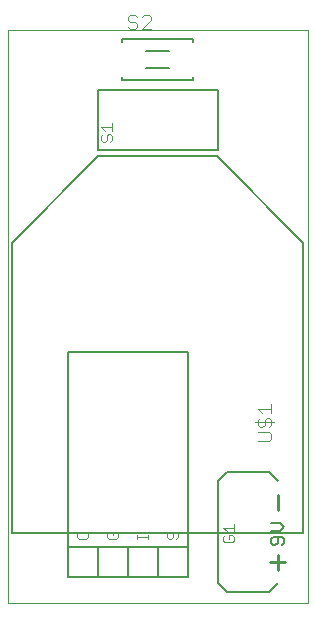
<source format=gto>
G75*
%MOIN*%
%OFA0B0*%
%FSLAX24Y24*%
%IPPOS*%
%LPD*%
%ADD10C,0.0000*%
%ADD11C,0.0050*%
%ADD12C,0.0030*%
%ADD13C,0.0040*%
%ADD14C,0.0080*%
%ADD15C,0.0100*%
%ADD16C,0.0060*%
D10*
X000680Y001055D02*
X000680Y020180D01*
X010680Y020180D01*
X010680Y001055D01*
X000680Y001055D01*
D11*
X000837Y003381D02*
X010523Y003381D01*
X010523Y013066D01*
X007649Y015979D01*
X003711Y015979D01*
X000837Y013066D01*
X000837Y003381D01*
X002680Y002930D02*
X002680Y001930D01*
X003680Y001930D01*
X003680Y002930D01*
X004680Y002930D01*
X004680Y001930D01*
X003680Y001930D01*
X003680Y002930D02*
X002680Y002930D01*
X002680Y009430D01*
X006680Y009430D01*
X006680Y002930D01*
X005680Y002930D01*
X005680Y001930D01*
X004680Y001930D01*
X004680Y002930D02*
X005680Y002930D01*
X005680Y001930D02*
X006680Y001930D01*
X006680Y002930D01*
D12*
X006365Y003257D02*
X006365Y003380D01*
X006303Y003442D01*
X006242Y003442D01*
X006180Y003380D01*
X006180Y003257D01*
X006118Y003195D01*
X006056Y003195D01*
X005995Y003257D01*
X005995Y003380D01*
X006056Y003442D01*
X006303Y003195D02*
X006365Y003257D01*
X005365Y003257D02*
X004995Y003257D01*
X004995Y003318D02*
X004995Y003195D01*
X005365Y003195D02*
X005365Y003318D01*
X004365Y003257D02*
X004365Y003380D01*
X004303Y003442D01*
X004180Y003442D01*
X004180Y003318D01*
X004303Y003195D02*
X004056Y003195D01*
X003995Y003257D01*
X003995Y003380D01*
X004056Y003442D01*
X004303Y003195D02*
X004365Y003257D01*
X003365Y003257D02*
X003365Y003380D01*
X003303Y003442D01*
X003056Y003442D01*
X002995Y003380D01*
X002995Y003257D01*
X003056Y003195D01*
X003303Y003195D01*
X003365Y003257D01*
X003856Y016445D02*
X003918Y016445D01*
X003980Y016507D01*
X003980Y016630D01*
X004042Y016692D01*
X004103Y016692D01*
X004165Y016630D01*
X004165Y016507D01*
X004103Y016445D01*
X003856Y016445D02*
X003795Y016507D01*
X003795Y016630D01*
X003856Y016692D01*
X003918Y016813D02*
X003795Y016937D01*
X004165Y016937D01*
X004165Y017060D02*
X004165Y016813D01*
D13*
X004777Y020200D02*
X004700Y020277D01*
X004777Y020200D02*
X004930Y020200D01*
X005007Y020277D01*
X005007Y020353D01*
X004930Y020430D01*
X004777Y020430D01*
X004700Y020507D01*
X004700Y020584D01*
X004777Y020660D01*
X004930Y020660D01*
X005007Y020584D01*
X005160Y020584D02*
X005237Y020660D01*
X005391Y020660D01*
X005467Y020584D01*
X005467Y020507D01*
X005160Y020200D01*
X005467Y020200D01*
X009479Y007696D02*
X009479Y007389D01*
X009479Y007543D02*
X009019Y007543D01*
X009172Y007389D01*
X009095Y007236D02*
X009019Y007159D01*
X009019Y007006D01*
X009095Y006929D01*
X009172Y006929D01*
X009249Y007006D01*
X009249Y007159D01*
X009325Y007236D01*
X009402Y007236D01*
X009479Y007159D01*
X009479Y007006D01*
X009402Y006929D01*
X009402Y006775D02*
X009019Y006775D01*
X008942Y007082D02*
X009556Y007082D01*
X009402Y006775D02*
X009479Y006699D01*
X009479Y006545D01*
X009402Y006468D01*
X009019Y006468D01*
X008235Y003690D02*
X008235Y003450D01*
X008235Y003570D02*
X007875Y003570D01*
X007995Y003450D01*
X008055Y003322D02*
X008055Y003202D01*
X008055Y003322D02*
X008175Y003322D01*
X008235Y003262D01*
X008235Y003142D01*
X008175Y003082D01*
X007935Y003082D01*
X007875Y003142D01*
X007875Y003262D01*
X007935Y003322D01*
D14*
X009470Y003209D02*
X009470Y003069D01*
X009540Y002999D01*
X009610Y002999D01*
X009680Y003069D01*
X009680Y003279D01*
X009820Y003279D02*
X009540Y003279D01*
X009470Y003209D01*
X009470Y003460D02*
X009750Y003460D01*
X009890Y003600D01*
X009750Y003740D01*
X009470Y003740D01*
X009820Y003279D02*
X009890Y003209D01*
X009890Y003069D01*
X009820Y002999D01*
X007680Y016180D02*
X003680Y016180D01*
X003680Y018180D01*
X007680Y018180D01*
X007680Y016180D01*
X006861Y018491D02*
X004499Y018491D01*
X004499Y018589D01*
X004499Y019771D02*
X004499Y019869D01*
X006861Y019869D01*
X006861Y019771D01*
X006861Y018589D02*
X006861Y018491D01*
X006074Y018885D02*
X005286Y018885D01*
X005286Y019475D02*
X006074Y019475D01*
D15*
X009680Y004680D02*
X009680Y004180D01*
X009680Y002680D02*
X009680Y002180D01*
X009430Y002430D02*
X009930Y002430D01*
D16*
X009680Y001730D02*
X009380Y001430D01*
X007980Y001430D01*
X007680Y001730D01*
X007680Y005130D01*
X007980Y005430D01*
X009380Y005430D01*
X009680Y005130D01*
M02*

</source>
